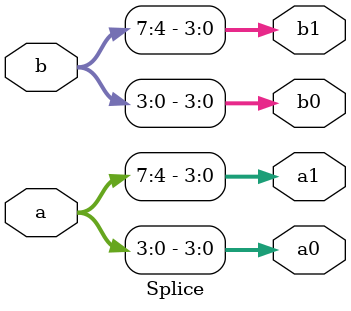
<source format=v>
`timescale 1ns / 1ps


module Splice(input [7:0] a , b, output reg [3:0] a0, a1, b0, b1);

always @(a,b)
begin
    a0[0] = a[0];
    a0[1] = a[1];
    a0[2] = a[2];
    a0[3] = a[3];
    a1[0] = a[4];
    a1[1] = a[5];
    a1[2] = a[6];
    a1[3] = a[7];
    
     b0[0] = b[0];
     b0[1] = b[1];
     b0[2] = b[2];
     b0[3] = b[3];
     b1[0] = b[4];
     b1[1] = b[5];
     b1[2] = b[6];
     b1[3] = b[7];
end

endmodule

</source>
